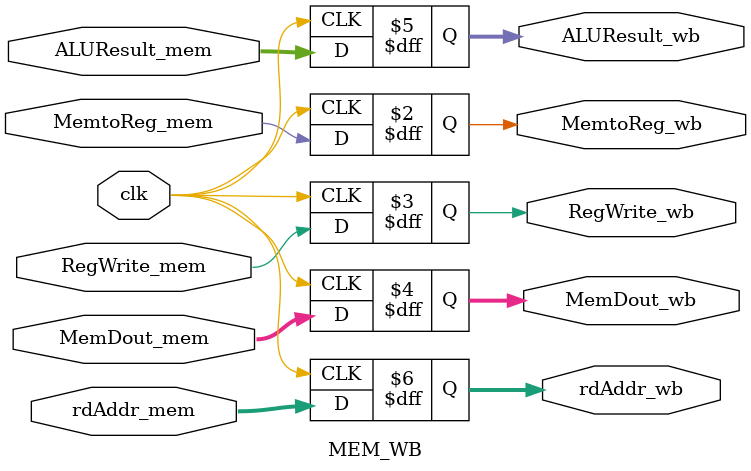
<source format=v>
module MEM_WB (

    clk, MemtoReg_mem, RegWrite_mem, MemDout_mem, ALUResult_mem, rdAddr_mem,

    MemtoReg_wb, RegWrite_wb, MemDout_wb, ALUResult_wb, rdAddr_wb);
    input clk;
    input MemtoReg_mem, RegWrite_mem;
    input[31:0] MemDout_mem, ALUResult_mem;
    input[4:0] rdAddr_mem;

    output reg MemtoReg_wb, RegWrite_wb;
    output reg [31:0] MemDout_wb, ALUResult_wb;
    output reg [4:0] rdAddr_wb;

    always@(posedge clk)
    begin
        MemtoReg_wb     <= MemtoReg_mem;
        RegWrite_wb     <= RegWrite_mem;
        MemDout_wb      <= MemDout_mem; 
        ALUResult_wb    <= ALUResult_mem;
        rdAddr_wb       <= rdAddr_mem;
    end
    
endmodule
</source>
